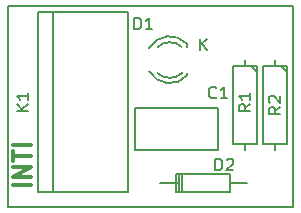
<source format=gbr>
G04 #@! TF.FileFunction,Legend,Top*
%FSLAX46Y46*%
G04 Gerber Fmt 4.6, Leading zero omitted, Abs format (unit mm)*
G04 Created by KiCad (PCBNEW 0.201511251016+6329~38~ubuntu14.04.1-stable) date lun 30 nov 2015 17:33:54 ART*
%MOMM*%
G01*
G04 APERTURE LIST*
%ADD10C,0.100000*%
%ADD11C,0.300000*%
%ADD12C,0.150000*%
G04 APERTURE END LIST*
D10*
D11*
X168572571Y-104584286D02*
X167072571Y-104584286D01*
X168572571Y-103870000D02*
X167072571Y-103870000D01*
X168572571Y-103012857D01*
X167072571Y-103012857D01*
X167072571Y-102512857D02*
X167072571Y-101655714D01*
X168572571Y-102084285D02*
X167072571Y-102084285D01*
X168572571Y-101155714D02*
X167072571Y-101155714D01*
D12*
X166624000Y-106426000D02*
X190754000Y-106426000D01*
X166624000Y-89408000D02*
X166624000Y-106426000D01*
X190754000Y-89408000D02*
X190754000Y-106426000D01*
X166624000Y-89408000D02*
X190754000Y-89408000D01*
X169164000Y-89916000D02*
X176784000Y-89916000D01*
X169164000Y-105156000D02*
X176784000Y-105156000D01*
X170434000Y-89916000D02*
X170434000Y-105156000D01*
X176784000Y-89916000D02*
X176784000Y-105156000D01*
X169164000Y-89916000D02*
X169164000Y-105156000D01*
X184388000Y-101572000D02*
X177388000Y-101572000D01*
X177388000Y-101572000D02*
X177388000Y-98072000D01*
X177388000Y-98072000D02*
X184388000Y-98072000D01*
X184388000Y-98072000D02*
X184388000Y-101572000D01*
X181809000Y-92666000D02*
X181809000Y-92866000D01*
X181809000Y-95260000D02*
X181809000Y-95080000D01*
X178581256Y-94949643D02*
G75*
G03X181809000Y-95266000I1727744J1003643D01*
G01*
X179256994Y-95079068D02*
G75*
G03X181360000Y-95080000I1052006J1133068D01*
G01*
X181796220Y-92639274D02*
G75*
G03X178559000Y-92986000I-1497220J-1306726D01*
G01*
X181322889Y-92866747D02*
G75*
G03X179275000Y-92886000I-1013889J-1079253D01*
G01*
X185420520Y-104391460D02*
X186817520Y-104391460D01*
X180975520Y-104391460D02*
X179451520Y-104391460D01*
X181356520Y-103629460D02*
X181356520Y-105153460D01*
X181102520Y-103629460D02*
X181102520Y-105153460D01*
X180848520Y-104391460D02*
X180848520Y-105153460D01*
X180848520Y-105153460D02*
X185420520Y-105153460D01*
X185420520Y-105153460D02*
X185420520Y-103629460D01*
X185420520Y-103629460D02*
X180848520Y-103629460D01*
X180848520Y-103629460D02*
X180848520Y-104391460D01*
X186690000Y-93980000D02*
X186690000Y-94488000D01*
X186690000Y-101600000D02*
X186690000Y-101092000D01*
X186690000Y-101092000D02*
X187706000Y-101092000D01*
X187706000Y-101092000D02*
X187706000Y-94488000D01*
X187706000Y-94488000D02*
X185674000Y-94488000D01*
X185674000Y-94488000D02*
X185674000Y-101092000D01*
X185674000Y-101092000D02*
X186690000Y-101092000D01*
X187198000Y-94488000D02*
X187706000Y-94996000D01*
X189230000Y-93980000D02*
X189230000Y-94488000D01*
X189230000Y-101600000D02*
X189230000Y-101092000D01*
X189230000Y-101092000D02*
X190246000Y-101092000D01*
X190246000Y-101092000D02*
X190246000Y-94488000D01*
X190246000Y-94488000D02*
X188214000Y-94488000D01*
X188214000Y-94488000D02*
X188214000Y-101092000D01*
X188214000Y-101092000D02*
X189230000Y-101092000D01*
X189738000Y-94488000D02*
X190246000Y-94996000D01*
X168346381Y-98274095D02*
X167346381Y-98274095D01*
X168346381Y-97702666D02*
X167774952Y-98131238D01*
X167346381Y-97702666D02*
X167917810Y-98274095D01*
X168346381Y-96750285D02*
X168346381Y-97321714D01*
X168346381Y-97036000D02*
X167346381Y-97036000D01*
X167489238Y-97131238D01*
X167584476Y-97226476D01*
X167632095Y-97321714D01*
X184237334Y-97131143D02*
X184189715Y-97178762D01*
X184046858Y-97226381D01*
X183951620Y-97226381D01*
X183808762Y-97178762D01*
X183713524Y-97083524D01*
X183665905Y-96988286D01*
X183618286Y-96797810D01*
X183618286Y-96654952D01*
X183665905Y-96464476D01*
X183713524Y-96369238D01*
X183808762Y-96274000D01*
X183951620Y-96226381D01*
X184046858Y-96226381D01*
X184189715Y-96274000D01*
X184237334Y-96321619D01*
X185189715Y-97226381D02*
X184618286Y-97226381D01*
X184904000Y-97226381D02*
X184904000Y-96226381D01*
X184808762Y-96369238D01*
X184713524Y-96464476D01*
X184618286Y-96512095D01*
X177315905Y-91384381D02*
X177315905Y-90384381D01*
X177554000Y-90384381D01*
X177696858Y-90432000D01*
X177792096Y-90527238D01*
X177839715Y-90622476D01*
X177887334Y-90812952D01*
X177887334Y-90955810D01*
X177839715Y-91146286D01*
X177792096Y-91241524D01*
X177696858Y-91336762D01*
X177554000Y-91384381D01*
X177315905Y-91384381D01*
X178839715Y-91384381D02*
X178268286Y-91384381D01*
X178554000Y-91384381D02*
X178554000Y-90384381D01*
X178458762Y-90527238D01*
X178363524Y-90622476D01*
X178268286Y-90670095D01*
X182872095Y-93162381D02*
X182872095Y-92162381D01*
X183443524Y-93162381D02*
X183014952Y-92590952D01*
X183443524Y-92162381D02*
X182872095Y-92733810D01*
X184173905Y-103322381D02*
X184173905Y-102322381D01*
X184412000Y-102322381D01*
X184554858Y-102370000D01*
X184650096Y-102465238D01*
X184697715Y-102560476D01*
X184745334Y-102750952D01*
X184745334Y-102893810D01*
X184697715Y-103084286D01*
X184650096Y-103179524D01*
X184554858Y-103274762D01*
X184412000Y-103322381D01*
X184173905Y-103322381D01*
X185126286Y-102417619D02*
X185173905Y-102370000D01*
X185269143Y-102322381D01*
X185507239Y-102322381D01*
X185602477Y-102370000D01*
X185650096Y-102417619D01*
X185697715Y-102512857D01*
X185697715Y-102608095D01*
X185650096Y-102750952D01*
X185078667Y-103322381D01*
X185697715Y-103322381D01*
X187142381Y-97702666D02*
X186666190Y-98036000D01*
X187142381Y-98274095D02*
X186142381Y-98274095D01*
X186142381Y-97893142D01*
X186190000Y-97797904D01*
X186237619Y-97750285D01*
X186332857Y-97702666D01*
X186475714Y-97702666D01*
X186570952Y-97750285D01*
X186618571Y-97797904D01*
X186666190Y-97893142D01*
X186666190Y-98274095D01*
X187142381Y-96750285D02*
X187142381Y-97321714D01*
X187142381Y-97036000D02*
X186142381Y-97036000D01*
X186285238Y-97131238D01*
X186380476Y-97226476D01*
X186428095Y-97321714D01*
X189682381Y-97956666D02*
X189206190Y-98290000D01*
X189682381Y-98528095D02*
X188682381Y-98528095D01*
X188682381Y-98147142D01*
X188730000Y-98051904D01*
X188777619Y-98004285D01*
X188872857Y-97956666D01*
X189015714Y-97956666D01*
X189110952Y-98004285D01*
X189158571Y-98051904D01*
X189206190Y-98147142D01*
X189206190Y-98528095D01*
X188777619Y-97575714D02*
X188730000Y-97528095D01*
X188682381Y-97432857D01*
X188682381Y-97194761D01*
X188730000Y-97099523D01*
X188777619Y-97051904D01*
X188872857Y-97004285D01*
X188968095Y-97004285D01*
X189110952Y-97051904D01*
X189682381Y-97623333D01*
X189682381Y-97004285D01*
M02*

</source>
